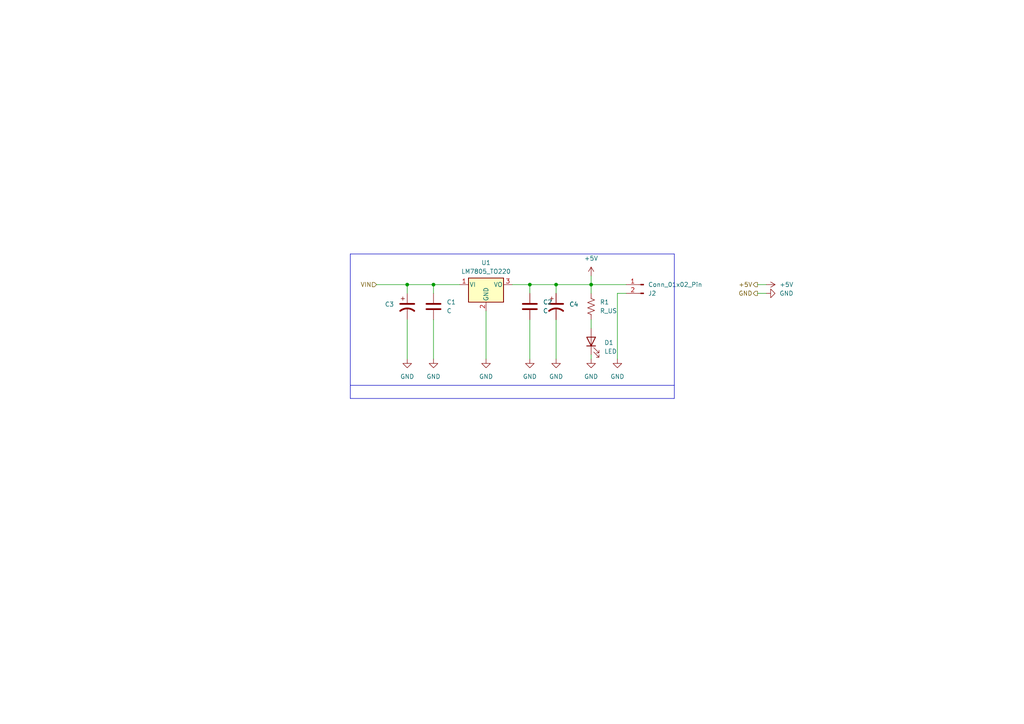
<source format=kicad_sch>
(kicad_sch (version 20230121) (generator eeschema)
  (paper "A4")
  (lib_symbols
    (symbol "Connector:Conn_01x02_Pin" (pin_names (offset 1.016) hide)
      (property "Reference" "J" (at 0 2.54 0))
      (property "Value" "Conn_01x02_Pin" (at 0 -5.08 0))
      (symbol "Conn_01x02_Pin_1_1"
        (polyline (pts (xy 1.27 -2.54) (xy 0.8636 -2.54)) (stroke (width 0.1524)))
        (polyline (pts (xy 1.27 0) (xy 0.8636 0)) (stroke (width 0.1524)))
        (rectangle (start 0.8636 -2.413) (end 0 -2.667) (stroke (width 0.1524)) (fill (type outline)))
        (rectangle (start 0.8636 0.127) (end 0 -0.127) (stroke (width 0.1524)) (fill (type outline)))
        (pin passive line (at 5.08 0 180) (length 3.81) (name "Pin_1") (number "1"))
        (pin passive line (at 5.08 -2.54 180) (length 3.81) (name "Pin_2") (number "2"))
      )
    )
    (symbol "Device:C" (pin_numbers hide) (pin_names (offset 0.254))
      (property "Reference" "C" (at 0.635 2.54 0))
      (property "Value" "C" (at 0.635 -2.54 0))
      (symbol "C_0_1"
        (polyline (pts (xy -2.032 -0.762) (xy 2.032 -0.762)) (stroke (width 0.508)))
        (polyline (pts (xy -2.032 0.762) (xy 2.032 0.762)) (stroke (width 0.508)))
      )
      (symbol "C_1_1"
        (pin passive line (at 0 3.81 270) (length 2.794) (name "~") (number "1"))
        (pin passive line (at 0 -3.81 90) (length 2.794) (name "~") (number "2"))
      )
    )
    (symbol "Device:C_Polarized_US" (pin_numbers hide) (pin_names (offset 0.254) hide)
      (property "Reference" "C" (at 0.635 2.54 0))
      (property "Value" "C_Polarized_US" (at 0.635 -2.54 0))
      (symbol "C_Polarized_US_0_1"
        (polyline (pts (xy -2.032 0.762) (xy 2.032 0.762)) (stroke (width 0.508)))
        (polyline (pts (xy -1.778 2.286) (xy -0.762 2.286)))
        (polyline (pts (xy -1.27 1.778) (xy -1.27 2.794)))
        (arc (start 2.032 -1.27) (mid 0 -0.5572) (end -2.032 -1.27) (stroke (width 0.508)))
      )
      (symbol "C_Polarized_US_1_1"
        (pin passive line (at 0 3.81 270) (length 2.794) (name "~") (number "1"))
        (pin passive line (at 0 -3.81 90) (length 3.302) (name "~") (number "2"))
      )
    )
    (symbol "Device:LED" (pin_numbers hide) (pin_names (offset 1.016) hide)
      (property "Reference" "D" (at 0 2.54 0))
      (property "Value" "LED" (at 0 -2.54 0))
      (symbol "LED_0_1"
        (polyline (pts (xy -1.27 -1.27) (xy -1.27 1.27)) (stroke (width 0.254)))
        (polyline (pts (xy -1.27 0) (xy 1.27 0)))
        (polyline (pts (xy 1.27 -1.27) (xy 1.27 1.27) (xy -1.27 0) (xy 1.27 -1.27)) (stroke (width 0.254)))
        (polyline (pts (xy -3.048 -0.762) (xy -4.572 -2.286) (xy -3.81 -2.286) (xy -4.572 -2.286) (xy -4.572 -1.524)))
        (polyline (pts (xy -1.778 -0.762) (xy -3.302 -2.286) (xy -2.54 -2.286) (xy -3.302 -2.286) (xy -3.302 -1.524)))
      )
      (symbol "LED_1_1"
        (pin passive line (at -3.81 0 0) (length 2.54) (name "K") (number "1"))
        (pin passive line (at 3.81 0 180) (length 2.54) (name "A") (number "2"))
      )
    )
    (symbol "Device:R_US" (pin_numbers hide) (pin_names (offset 0))
      (property "Reference" "R" (at 2.54 0 90))
      (property "Value" "R_US" (at -2.54 0 90))
      (symbol "R_US_0_1"
        (polyline (pts (xy 0 -2.286) (xy 0 -2.54)))
        (polyline (pts (xy 0 2.286) (xy 0 2.54)))
        (polyline (pts (xy 0 -0.762) (xy 1.016 -1.143) (xy 0 -1.524) (xy -1.016 -1.905) (xy 0 -2.286)))
        (polyline (pts (xy 0 0.762) (xy 1.016 0.381) (xy 0 0) (xy -1.016 -0.381) (xy 0 -0.762)))
        (polyline (pts (xy 0 2.286) (xy 1.016 1.905) (xy 0 1.524) (xy -1.016 1.143) (xy 0 0.762)))
      )
      (symbol "R_US_1_1"
        (pin passive line (at 0 3.81 270) (length 1.27) (name "~") (number "1"))
        (pin passive line (at 0 -3.81 90) (length 1.27) (name "~") (number "2"))
      )
    )
    (symbol "Regulator_Linear:LM7805_TO220" (pin_names (offset 0.254))
      (property "Reference" "U" (at -3.81 3.175 0))
      (property "Value" "LM7805_TO220" (at 0 3.175 0))
      (symbol "LM7805_TO220_0_1"
        (rectangle (start -5.08 1.905) (end 5.08 -5.08) (stroke (width 0.254)) (fill (type background)))
      )
      (symbol "LM7805_TO220_1_1"
        (pin power_in line (at -7.62 0 0) (length 2.54) (name "VI") (number "1"))
        (pin power_in line (at 0 -7.62 90) (length 2.54) (name "GND") (number "2"))
        (pin power_out line (at 7.62 0 180) (length 2.54) (name "VO") (number "3"))
      )
    )
    (symbol "power:+5V" (power) (pin_names (offset 0))
      (property "Value" "+5V" (at 0 3.556 0))
      (symbol "+5V_0_1"
        (polyline (pts (xy -0.762 1.27) (xy 0 2.54)))
        (polyline (pts (xy 0 0) (xy 0 2.54)))
        (polyline (pts (xy 0 2.54) (xy 0.762 1.27)))
      )
      (symbol "+5V_1_1"
        (pin power_in line (at 0 0 90) (length 0) hide (name "+5V") (number "1"))
      )
    )
    (symbol "power:GND" (power) (pin_names (offset 0))
      (property "Value" "GND" (at 0 -3.81 0))
      (symbol "GND_0_1"
        (polyline (pts (xy 0 0) (xy 0 -1.27) (xy 1.27 -1.27) (xy 0 -2.54) (xy -1.27 -1.27) (xy 0 -1.27)))
      )
      (symbol "GND_1_1"
        (pin power_in line (at 0 0 270) (length 0) hide (name "GND") (number "1"))
      )
    )
  )
  (junction (at 125.73 82.55))
  (junction (at 153.67 82.55))
  (junction (at 171.45 82.55))
  (junction (at 118.11 82.55))
  (junction (at 161.29 82.55))
  (wire (pts (xy 148.59 82.55) (xy 153.67 82.55)))
  (polyline (pts (xy 195.58 115.57) (xy 195.58 111.76)))
  (polyline (pts (xy 101.6 111.76) (xy 101.6 115.57)))
  (wire (pts (xy 171.45 92.71) (xy 171.45 95.25)))
  (wire (pts (xy 140.97 90.17) (xy 140.97 104.14)))
  (wire (pts (xy 219.71 85.09) (xy 222.25 85.09)))
  (wire (pts (xy 153.67 82.55) (xy 161.29 82.55)))
  (polyline (pts (xy 195.58 73.66) (xy 195.58 111.76)))
  (wire (pts (xy 118.11 92.71) (xy 118.11 104.14)))
  (wire (pts (xy 118.11 82.55) (xy 125.73 82.55)))
  (wire (pts (xy 125.73 82.55) (xy 125.73 85.09)))
  (wire (pts (xy 171.45 82.55) (xy 181.61 82.55)))
  (polyline (pts (xy 101.6 73.66) (xy 101.6 111.76)))
  (wire (pts (xy 161.29 82.55) (xy 171.45 82.55)))
  (wire (pts (xy 161.29 92.71) (xy 161.29 104.14)))
  (wire (pts (xy 179.07 104.14) (xy 179.07 85.09)))
  (wire (pts (xy 125.73 82.55) (xy 133.35 82.55)))
  (wire (pts (xy 109.22 82.55) (xy 118.11 82.55)))
  (polyline (pts (xy 195.58 111.76) (xy 101.6 111.76)))
  (wire (pts (xy 171.45 102.87) (xy 171.45 104.14)))
  (wire (pts (xy 171.45 82.55) (xy 171.45 85.09)))
  (wire (pts (xy 219.71 82.55) (xy 222.25 82.55)))
  (wire (pts (xy 171.45 80.01) (xy 171.45 82.55)))
  (wire (pts (xy 161.29 82.55) (xy 161.29 85.09)))
  (wire (pts (xy 153.67 82.55) (xy 153.67 85.09)))
  (wire (pts (xy 153.67 92.71) (xy 153.67 104.14)))
  (wire (pts (xy 118.11 85.09) (xy 118.11 82.55)))
  (polyline (pts (xy 101.6 73.66) (xy 195.58 73.66)))
  (polyline (pts (xy 101.6 115.57) (xy 195.58 115.57)))
  (wire (pts (xy 125.73 92.71) (xy 125.73 104.14)))
  (wire (pts (xy 179.07 85.09) (xy 181.61 85.09)))
  (hierarchical_label "GND" (shape output) (at 219.71 85.09 180))
  (hierarchical_label "+5V" (shape output) (at 219.71 82.55 180))
  (hierarchical_label "VIN" (shape input) (at 109.22 82.55 180))
  (symbol (lib_id "Device:C_Polarized_US") (at 118.11 88.9 0) (unit 1)
    (property "Reference" "C3" (at 114.3 88.265 0) (effects (justify right)))
    (property "Value" "C_Polarized_US" (effects hide))
    (property "Footprint" "Capacitor_THT:CP_Radial_D5.0mm_P2.50mm" (effects hide))
    (instances (project "preperf_10x10" (path "" (reference "C3") (unit 1)) (path "" (reference "C1") (unit 1))))
  )
  (symbol (lib_id "power:GND") (at 171.45 104.14 0) (unit 1)
    (property "Reference" "#PWR07" (effects hide))
    (property "Value" "GND" (at 171.45 109.22 0))
    (instances (project "preperf_10x10" (path "" (reference "#PWR07") (unit 1)) (path "" (reference "#PWR017") (unit 1))))
  )
  (symbol (lib_id "power:GND") (at 140.97 104.14 0) (unit 1)
    (property "Reference" "#PWR05" (effects hide))
    (property "Value" "GND" (at 140.97 109.22 0))
    (instances (project "preperf_10x10" (path "" (reference "#PWR05") (unit 1)) (path "" (reference "#PWR013") (unit 1))))
  )
  (symbol (lib_id "Device:C_Polarized_US") (at 161.29 88.9 0) (unit 1)
    (property "Reference" "C4" (at 165.1 88.265 0) (effects (justify left)))
    (property "Value" "C_Polarized_US" (effects hide))
    (property "Footprint" "Capacitor_THT:CP_Radial_D5.0mm_P2.50mm" (effects hide))
  )
  (symbol (lib_id "Device:LED") (at 171.45 99.06 90) (unit 1)
    (property "Reference" "D1" (at 175.26 99.3775 90) (effects (justify right)))
    (property "Value" "LED" (at 175.26 101.9175 90) (effects (justify right)))
    (property "Footprint" "LED_THT:LED_D3.0mm" (effects hide))
    (instances (project "preperf_10x10" (path "" (reference "D1") (unit 1)) (path "" (reference "D3") (unit 1))))
  )
  (symbol (lib_id "Regulator_Linear:LM7805_TO220") (at 140.97 82.55 0) (unit 1)
    (property "Reference" "U1" (at 140.97 76.2 0))
    (property "Value" "LM7805_TO220" (at 140.97 78.74 0))
    (property "Footprint" "Package_TO_SOT_THT:TO-220-3_Vertical" (effects hide))
    (property "Datasheet" "https://www.onsemi.cn/PowerSolutions/document/MC7800-D.PDF" (effects hide))
  )
  (symbol (lib_id "power:GND") (at 222.25 85.09 90) (unit 1)
    (property "Reference" "#PWR08" (effects hide))
    (property "Value" "GND" (at 226.06 85.09 90) (effects (justify right)))
    (instances (project "preperf_10x10" (path "" (reference "#PWR08") (unit 1)) (path "" (reference "#PWR020") (unit 1))))
  )
  (symbol (lib_id "Device:C") (at 125.73 88.9 0) (unit 1)
    (property "Reference" "C1" (at 129.54 87.63 0) (effects (justify left)))
    (property "Value" "C" (at 129.54 90.17 0) (effects (justify left)))
    (property "Footprint" "Capacitor_THT:C_Disc_D5.0mm_W2.5mm_P2.50mm" (effects hide))
    (instances (project "preperf_10x10" (path "" (reference "C1") (unit 1)) (path "" (reference "C2") (unit 1))))
  )
  (symbol (lib_id "Connector:Conn_01x02_Pin") (at 186.69 82.55 0) (mirror y) (unit 1)
    (property "Reference" "J2" (at 187.96 85.09 0) (effects (justify right)))
    (property "Value" "Conn_01x02_Pin" (at 187.96 82.55 0) (effects (justify right)))
    (property "Footprint" "Connector_Molex:Molex_KK-254_AE-6410-02A_1x02_P2.54mm_Vertical" (effects hide))
    (instances (project "preperf_10x10" (path "" (reference "J2") (unit 1)) (path "" (reference "J3") (unit 1))))
  )
  (symbol (lib_id "Device:C") (at 153.67 88.9 0) (unit 1)
    (property "Reference" "C2" (at 157.48 87.63 0) (effects (justify left)))
    (property "Value" "C" (at 157.48 90.17 0) (effects (justify left)))
    (property "Footprint" "Capacitor_THT:C_Disc_D5.0mm_W2.5mm_P2.50mm" (effects hide))
    (instances (project "preperf_10x10" (path "" (reference "C2") (unit 1)) (path "" (reference "C3") (unit 1))))
  )
  (symbol (lib_id "power:+5V") (at 222.25 82.55 270) (unit 1)
    (property "Reference" "#PWR013" (effects hide))
    (property "Value" "+5V" (at 226.06 82.55 90) (effects (justify left)))
    (instances (project "preperf_10x10" (path "" (reference "#PWR013") (unit 1)) (path "" (reference "#PWR019") (unit 1))))
  )
  (symbol (lib_id "power:GND") (at 118.11 104.14 0) (unit 1)
    (property "Reference" "#PWR01" (effects hide))
    (property "Value" "GND" (at 118.11 109.22 0))
    (instances (project "preperf_10x10" (path "" (reference "#PWR01") (unit 1)) (path "" (reference "#PWR011") (unit 1))))
  )
  (symbol (lib_id "power:GND") (at 179.07 104.14 0) (unit 1)
    (property "Reference" "#PWR08" (effects hide))
    (property "Value" "GND" (at 179.07 109.22 0))
    (instances (project "preperf_10x10" (path "" (reference "#PWR08") (unit 1)) (path "" (reference "#PWR018") (unit 1))))
  )
  (symbol (lib_id "power:+5V") (at 171.45 80.01 0) (unit 1)
    (property "Reference" "#PWR013" (effects hide))
    (property "Value" "+5V" (at 171.45 74.93 0))
    (instances (project "preperf_10x10" (path "" (reference "#PWR013") (unit 1)) (path "" (reference "#PWR016") (unit 1))))
  )
  (symbol (lib_id "power:GND") (at 153.67 104.14 0) (unit 1)
    (property "Reference" "#PWR03" (effects hide))
    (property "Value" "GND" (at 153.67 109.22 0))
    (instances (project "preperf_10x10" (path "" (reference "#PWR03") (unit 1)) (path "" (reference "#PWR014") (unit 1))))
  )
  (symbol (lib_id "power:GND") (at 125.73 104.14 0) (unit 1)
    (property "Reference" "#PWR02" (effects hide))
    (property "Value" "GND" (at 125.73 109.22 0))
    (instances (project "preperf_10x10" (path "" (reference "#PWR02") (unit 1)) (path "" (reference "#PWR012") (unit 1))))
  )
  (symbol (lib_id "Device:R_US") (at 171.45 88.9 0) (unit 1)
    (property "Reference" "R1" (at 173.99 87.63 0) (effects (justify left)))
    (property "Value" "R_US" (at 173.99 90.17 0) (effects (justify left)))
    (property "Footprint" "Resistor_THT:R_Axial_DIN0207_L6.3mm_D2.5mm_P2.54mm_Vertical" (effects hide))
    (instances (project "preperf_10x10" (path "" (reference "R1") (unit 1)) (path "" (reference "R5") (unit 1))))
  )
  (symbol (lib_id "power:GND") (at 161.29 104.14 0) (unit 1)
    (property "Reference" "#PWR04" (effects hide))
    (property "Value" "GND" (at 161.29 109.22 0))
    (instances (project "preperf_10x10" (path "" (reference "#PWR04") (unit 1)) (path "" (reference "#PWR015") (unit 1))))
  )
)
</source>
